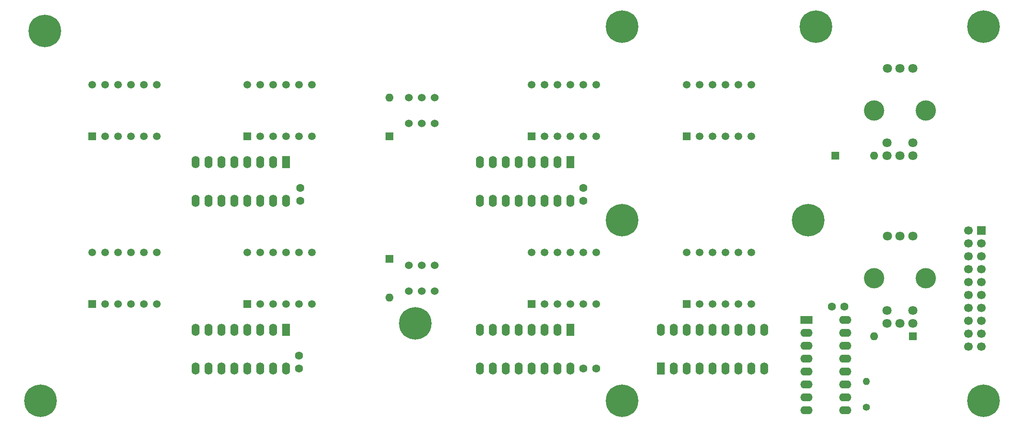
<source format=gbr>
%TF.GenerationSoftware,KiCad,Pcbnew,(5.1.10)-1*%
%TF.CreationDate,2021-06-21T21:07:17+02:00*%
%TF.ProjectId,Funk_v2,46756e6b-5f76-4322-9e6b-696361645f70,rev?*%
%TF.SameCoordinates,Original*%
%TF.FileFunction,Soldermask,Top*%
%TF.FilePolarity,Negative*%
%FSLAX46Y46*%
G04 Gerber Fmt 4.6, Leading zero omitted, Abs format (unit mm)*
G04 Created by KiCad (PCBNEW (5.1.10)-1) date 2021-06-21 21:07:17*
%MOMM*%
%LPD*%
G01*
G04 APERTURE LIST*
%ADD10C,1.700000*%
%ADD11R,1.700000X1.700000*%
%ADD12O,1.600000X1.600000*%
%ADD13R,1.600000X1.600000*%
%ADD14O,2.400000X1.600000*%
%ADD15R,2.400000X1.600000*%
%ADD16C,4.000000*%
%ADD17C,1.800000*%
%ADD18C,0.800000*%
%ADD19C,6.400000*%
%ADD20O,1.600000X2.400000*%
%ADD21R,1.600000X2.400000*%
%ADD22C,1.524000*%
%ADD23C,1.500000*%
%ADD24R,1.500000X1.500000*%
%ADD25O,1.400000X1.400000*%
%ADD26C,1.400000*%
%ADD27C,1.600000*%
G04 APERTURE END LIST*
D10*
%TO.C,J1*%
X230632000Y-83312000D03*
X233172000Y-83312000D03*
X230632000Y-80772000D03*
X233172000Y-80772000D03*
X230632000Y-78232000D03*
X233172000Y-78232000D03*
X230632000Y-75692000D03*
X233172000Y-75692000D03*
X230632000Y-73152000D03*
X233172000Y-73152000D03*
X230632000Y-70612000D03*
X233172000Y-70612000D03*
X230632000Y-68072000D03*
X233172000Y-68072000D03*
X230632000Y-65532000D03*
X233172000Y-65532000D03*
X230632000Y-62992000D03*
X233172000Y-62992000D03*
X230632000Y-60452000D03*
D11*
X233172000Y-60452000D03*
%TD*%
D12*
%TO.C,D8*%
X212090000Y-81280000D03*
D13*
X219710000Y-81280000D03*
%TD*%
D14*
%TO.C,IC1*%
X206375000Y-78105000D03*
X198755000Y-95885000D03*
X206375000Y-80645000D03*
X198755000Y-93345000D03*
X206375000Y-83185000D03*
X198755000Y-90805000D03*
X206375000Y-85725000D03*
X198755000Y-88265000D03*
X206375000Y-88265000D03*
X198755000Y-85725000D03*
X206375000Y-90805000D03*
X198755000Y-83185000D03*
X206375000Y-93345000D03*
X198755000Y-80645000D03*
X206375000Y-95885000D03*
D15*
X198755000Y-78105000D03*
%TD*%
D16*
%TO.C,ENC2*%
X212090000Y-69850000D03*
X222250000Y-69850000D03*
D17*
X219670000Y-61580000D03*
X219670000Y-78740000D03*
X217170000Y-78740000D03*
X214630000Y-78740000D03*
X214670000Y-61580000D03*
X214630000Y-76200000D03*
X219710000Y-76200000D03*
X217170000Y-61580000D03*
%TD*%
D18*
%TO.C,H10*%
X202357056Y-18622944D03*
X200660000Y-17920000D03*
X198962944Y-18622944D03*
X198260000Y-20320000D03*
X198962944Y-22017056D03*
X200660000Y-22720000D03*
X202357056Y-22017056D03*
X203060000Y-20320000D03*
D19*
X200660000Y-20320000D03*
%TD*%
D18*
%TO.C,H9*%
X164257056Y-92282944D03*
X162560000Y-91580000D03*
X160862944Y-92282944D03*
X160160000Y-93980000D03*
X160862944Y-95677056D03*
X162560000Y-96380000D03*
X164257056Y-95677056D03*
X164960000Y-93980000D03*
D19*
X162560000Y-93980000D03*
%TD*%
D18*
%TO.C,H8*%
X200807056Y-56722944D03*
X199110000Y-56020000D03*
X197412944Y-56722944D03*
X196710000Y-58420000D03*
X197412944Y-60117056D03*
X199110000Y-60820000D03*
X200807056Y-60117056D03*
X201510000Y-58420000D03*
D19*
X199110000Y-58420000D03*
%TD*%
D18*
%TO.C,H7*%
X164257056Y-56722944D03*
X162560000Y-56020000D03*
X160862944Y-56722944D03*
X160160000Y-58420000D03*
X160862944Y-60117056D03*
X162560000Y-60820000D03*
X164257056Y-60117056D03*
X164960000Y-58420000D03*
D19*
X162560000Y-58420000D03*
%TD*%
D18*
%TO.C,H6*%
X164257056Y-18622944D03*
X162560000Y-17920000D03*
X160862944Y-18622944D03*
X160160000Y-20320000D03*
X160862944Y-22017056D03*
X162560000Y-22720000D03*
X164257056Y-22017056D03*
X164960000Y-20320000D03*
D19*
X162560000Y-20320000D03*
%TD*%
D18*
%TO.C,H5*%
X123617056Y-77042944D03*
X121920000Y-76340000D03*
X120222944Y-77042944D03*
X119520000Y-78740000D03*
X120222944Y-80437056D03*
X121920000Y-81140000D03*
X123617056Y-80437056D03*
X124320000Y-78740000D03*
D19*
X121920000Y-78740000D03*
%TD*%
D18*
%TO.C,H4*%
X235237056Y-92282944D03*
X233540000Y-91580000D03*
X231842944Y-92282944D03*
X231140000Y-93980000D03*
X231842944Y-95677056D03*
X233540000Y-96380000D03*
X235237056Y-95677056D03*
X235940000Y-93980000D03*
D19*
X233540000Y-93980000D03*
%TD*%
D18*
%TO.C,H3*%
X49957056Y-92282944D03*
X48260000Y-91580000D03*
X46562944Y-92282944D03*
X45860000Y-93980000D03*
X46562944Y-95677056D03*
X48260000Y-96380000D03*
X49957056Y-95677056D03*
X50660000Y-93980000D03*
D19*
X48260000Y-93980000D03*
%TD*%
D18*
%TO.C,H2*%
X235237056Y-18622944D03*
X233540000Y-17920000D03*
X231842944Y-18622944D03*
X231140000Y-20320000D03*
X231842944Y-22017056D03*
X233540000Y-22720000D03*
X235237056Y-22017056D03*
X235940000Y-20320000D03*
D19*
X233540000Y-20320000D03*
%TD*%
D18*
%TO.C,H1*%
X50800000Y-19465888D03*
X49102944Y-18762944D03*
X47405888Y-19465888D03*
X46702944Y-21162944D03*
X47405888Y-22860000D03*
X49102944Y-23562944D03*
X50800000Y-22860000D03*
X51502944Y-21162944D03*
D19*
X49102944Y-21162944D03*
%TD*%
D20*
%TO.C,U1*%
X96520000Y-87630000D03*
X78740000Y-80010000D03*
X93980000Y-87630000D03*
X81280000Y-80010000D03*
X91440000Y-87630000D03*
X83820000Y-80010000D03*
X88900000Y-87630000D03*
X86360000Y-80010000D03*
X86360000Y-87630000D03*
X88900000Y-80010000D03*
X83820000Y-87630000D03*
X91440000Y-80010000D03*
X81280000Y-87630000D03*
X93980000Y-80010000D03*
X78740000Y-87630000D03*
D21*
X96520000Y-80010000D03*
%TD*%
D22*
%TO.C,SW2*%
X120650000Y-72390000D03*
X123190000Y-72390000D03*
X125730000Y-72390000D03*
X120650000Y-67310000D03*
X123190000Y-67310000D03*
X125730000Y-67310000D03*
%TD*%
%TO.C,SW1*%
X120650000Y-39370000D03*
X123190000Y-39370000D03*
X125730000Y-39370000D03*
X120650000Y-34290000D03*
X123190000Y-34290000D03*
X125730000Y-34290000D03*
%TD*%
D23*
%TO.C,SEG8*%
X177800000Y-64770000D03*
X180340000Y-74930000D03*
X185420000Y-74930000D03*
X187960000Y-74930000D03*
X180340000Y-64770000D03*
X182880000Y-64770000D03*
X182880000Y-74930000D03*
X185420000Y-64770000D03*
X175260000Y-64770000D03*
D24*
X175260000Y-74930000D03*
D23*
X177800000Y-74930000D03*
X187960000Y-64770000D03*
%TD*%
%TO.C,SEG7*%
X147320000Y-64770000D03*
X149860000Y-74930000D03*
X154940000Y-74930000D03*
X157480000Y-74930000D03*
X149860000Y-64770000D03*
X152400000Y-64770000D03*
X152400000Y-74930000D03*
X154940000Y-64770000D03*
X144780000Y-64770000D03*
D24*
X144780000Y-74930000D03*
D23*
X147320000Y-74930000D03*
X157480000Y-64770000D03*
%TD*%
%TO.C,SEG6*%
X91440000Y-64770000D03*
X93980000Y-74930000D03*
X99060000Y-74930000D03*
X101600000Y-74930000D03*
X93980000Y-64770000D03*
X96520000Y-64770000D03*
X96520000Y-74930000D03*
X99060000Y-64770000D03*
X88900000Y-64770000D03*
D24*
X88900000Y-74930000D03*
D23*
X91440000Y-74930000D03*
X101600000Y-64770000D03*
%TD*%
%TO.C,SEG5*%
X60960000Y-64770000D03*
X63500000Y-74930000D03*
X68580000Y-74930000D03*
X71120000Y-74930000D03*
X63500000Y-64770000D03*
X66040000Y-64770000D03*
X66040000Y-74930000D03*
X68580000Y-64770000D03*
X58420000Y-64770000D03*
D24*
X58420000Y-74930000D03*
D23*
X60960000Y-74930000D03*
X71120000Y-64770000D03*
%TD*%
%TO.C,SEG4*%
X177800000Y-31750000D03*
X180340000Y-41910000D03*
X185420000Y-41910000D03*
X187960000Y-41910000D03*
X180340000Y-31750000D03*
X182880000Y-31750000D03*
X182880000Y-41910000D03*
X185420000Y-31750000D03*
X175260000Y-31750000D03*
D24*
X175260000Y-41910000D03*
D23*
X177800000Y-41910000D03*
X187960000Y-31750000D03*
%TD*%
%TO.C,SEG3*%
X147320000Y-31750000D03*
X149860000Y-41910000D03*
X154940000Y-41910000D03*
X157480000Y-41910000D03*
X149860000Y-31750000D03*
X152400000Y-31750000D03*
X152400000Y-41910000D03*
X154940000Y-31750000D03*
X144780000Y-31750000D03*
D24*
X144780000Y-41910000D03*
D23*
X147320000Y-41910000D03*
X157480000Y-31750000D03*
%TD*%
%TO.C,SEG2*%
X91440000Y-31750000D03*
X93980000Y-41910000D03*
X99060000Y-41910000D03*
X101600000Y-41910000D03*
X93980000Y-31750000D03*
X96520000Y-31750000D03*
X96520000Y-41910000D03*
X99060000Y-31750000D03*
X88900000Y-31750000D03*
D24*
X88900000Y-41910000D03*
D23*
X91440000Y-41910000D03*
X101600000Y-31750000D03*
%TD*%
%TO.C,SEG1*%
X60960000Y-31750000D03*
X63500000Y-41910000D03*
X68580000Y-41910000D03*
X71120000Y-41910000D03*
X63500000Y-31750000D03*
X66040000Y-31750000D03*
X66040000Y-41910000D03*
X68580000Y-31750000D03*
X58420000Y-31750000D03*
D24*
X58420000Y-41910000D03*
D23*
X60960000Y-41910000D03*
X71120000Y-31750000D03*
%TD*%
D25*
%TO.C,R1*%
X210566000Y-90170000D03*
D26*
X210566000Y-95250000D03*
%TD*%
D20*
%TO.C,IC6*%
X170180000Y-80010000D03*
X190500000Y-87630000D03*
X172720000Y-80010000D03*
X187960000Y-87630000D03*
X175260000Y-80010000D03*
X185420000Y-87630000D03*
X177800000Y-80010000D03*
X182880000Y-87630000D03*
X180340000Y-80010000D03*
X180340000Y-87630000D03*
X182880000Y-80010000D03*
X177800000Y-87630000D03*
X185420000Y-80010000D03*
X175260000Y-87630000D03*
X187960000Y-80010000D03*
X172720000Y-87630000D03*
X190500000Y-80010000D03*
D21*
X170180000Y-87630000D03*
%TD*%
D20*
%TO.C,IC4*%
X152400000Y-87630000D03*
X134620000Y-80010000D03*
X149860000Y-87630000D03*
X137160000Y-80010000D03*
X147320000Y-87630000D03*
X139700000Y-80010000D03*
X144780000Y-87630000D03*
X142240000Y-80010000D03*
X142240000Y-87630000D03*
X144780000Y-80010000D03*
X139700000Y-87630000D03*
X147320000Y-80010000D03*
X137160000Y-87630000D03*
X149860000Y-80010000D03*
X134620000Y-87630000D03*
D21*
X152400000Y-80010000D03*
%TD*%
D20*
%TO.C,IC3*%
X152400000Y-54610000D03*
X134620000Y-46990000D03*
X149860000Y-54610000D03*
X137160000Y-46990000D03*
X147320000Y-54610000D03*
X139700000Y-46990000D03*
X144780000Y-54610000D03*
X142240000Y-46990000D03*
X142240000Y-54610000D03*
X144780000Y-46990000D03*
X139700000Y-54610000D03*
X147320000Y-46990000D03*
X137160000Y-54610000D03*
X149860000Y-46990000D03*
X134620000Y-54610000D03*
D21*
X152400000Y-46990000D03*
%TD*%
D20*
%TO.C,IC2*%
X96520000Y-54610000D03*
X78740000Y-46990000D03*
X93980000Y-54610000D03*
X81280000Y-46990000D03*
X91440000Y-54610000D03*
X83820000Y-46990000D03*
X88900000Y-54610000D03*
X86360000Y-46990000D03*
X86360000Y-54610000D03*
X88900000Y-46990000D03*
X83820000Y-54610000D03*
X91440000Y-46990000D03*
X81280000Y-54610000D03*
X93980000Y-46990000D03*
X78740000Y-54610000D03*
D21*
X96520000Y-46990000D03*
%TD*%
D16*
%TO.C,ENC1*%
X212090000Y-36830000D03*
X222250000Y-36830000D03*
D17*
X219670000Y-28560000D03*
X219670000Y-45720000D03*
X217170000Y-45720000D03*
X214630000Y-45720000D03*
X214670000Y-28560000D03*
X214630000Y-43180000D03*
X219710000Y-43180000D03*
X217170000Y-28560000D03*
%TD*%
D12*
%TO.C,D7*%
X212090000Y-45720000D03*
D13*
X204470000Y-45720000D03*
%TD*%
D12*
%TO.C,D2*%
X116840000Y-73660000D03*
D13*
X116840000Y-66040000D03*
%TD*%
D12*
%TO.C,D1*%
X116840000Y-34290000D03*
D13*
X116840000Y-41910000D03*
%TD*%
D27*
%TO.C,C6*%
X99060000Y-85130000D03*
X99060000Y-87630000D03*
%TD*%
%TO.C,C4*%
X157440000Y-87630000D03*
X154940000Y-87630000D03*
%TD*%
%TO.C,C3*%
X154940000Y-52110000D03*
X154940000Y-54610000D03*
%TD*%
%TO.C,C2*%
X99314000Y-52110000D03*
X99314000Y-54610000D03*
%TD*%
%TO.C,C1*%
X203748000Y-75438000D03*
X206248000Y-75438000D03*
%TD*%
M02*

</source>
